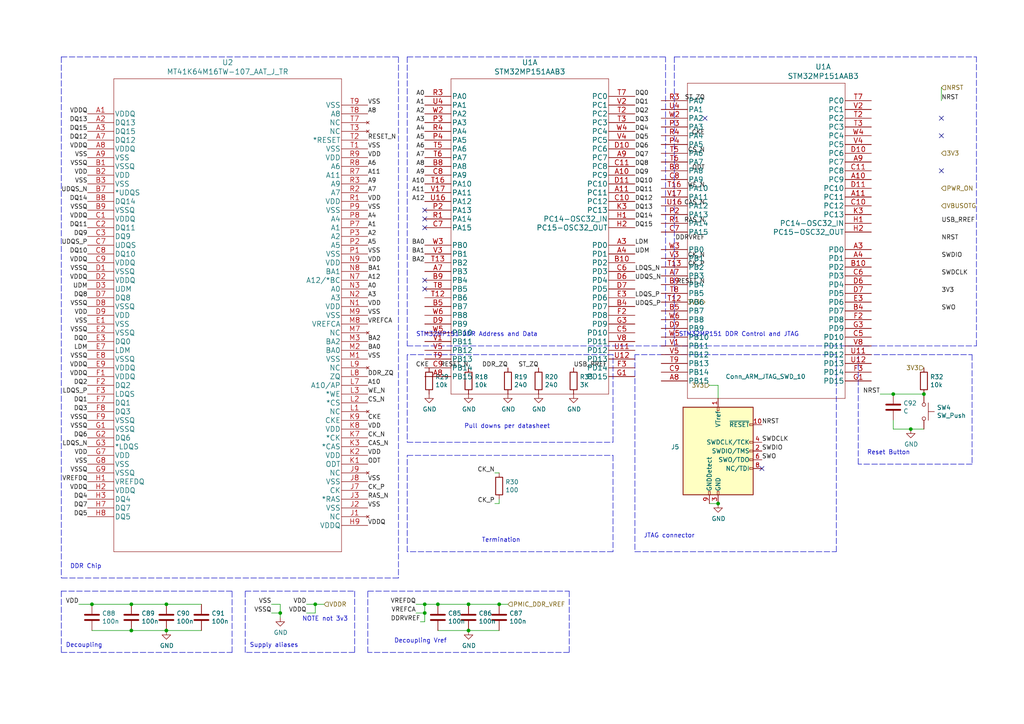
<source format=kicad_sch>
(kicad_sch (version 20211123) (generator eeschema)
  (paper "A4")
  (junction (at 264.16 124.46))
  (junction (at 135.89 182.88))
  (junction (at 267.97 114.3))
  (junction (at 123.19 175.26))
  (junction (at 259.08 114.3))
  (junction (at 81.28 177.8))
  (junction (at 123.19 177.8))
  (junction (at 38.1 182.88))
  (junction (at 48.26 182.88))
  (junction (at 91.44 175.26))
  (junction (at 48.26 175.26))
  (junction (at 135.89 175.26))
  (junction (at 144.78 175.26))
  (junction (at 26.67 175.26))
  (junction (at 38.1 175.26))
  (junction (at 208.28 146.05))
  (junction (at 127 175.26))
  (no_connect (at 123.19 63.5))
  (no_connect (at 273.05 49.53))
  (no_connect (at 273.05 39.37))
  (no_connect (at 123.19 83.82))
  (no_connect (at 273.05 34.29))
  (no_connect (at 123.19 60.96))
  (no_connect (at 123.19 81.28))
  (no_connect (at 204.47 34.29))
  (no_connect (at 220.98 135.89))
  (no_connect (at 123.19 66.04))
  (polyline (pts (xy 283.21 100.33) (xy 283.21 16.51)))
  (polyline (pts (xy 242.57 160.02) (xy 242.57 102.87)))
  (wire (pts (xy 91.44 177.8) (xy 91.44 175.26)))
  (wire (pts (xy 120.65 177.8) (xy 123.19 177.8)))
  (polyline (pts (xy 118.11 132.08) (xy 177.8 132.08)))
  (polyline (pts (xy 17.78 189.23) (xy 67.31 189.23)))
  (polyline (pts (xy 102.87 189.23) (xy 71.12 189.23)))
  (wire (pts (xy 121.92 180.34) (xy 123.19 180.34)))
  (polyline (pts (xy 248.92 102.87) (xy 281.94 102.87)))
  (wire (pts (xy 26.67 175.26) (xy 38.1 175.26)))
  (wire (pts (xy 123.19 177.8) (xy 123.19 175.26)))
  (wire (pts (xy 123.19 175.26) (xy 127 175.26)))
  (polyline (pts (xy 165.1 171.45) (xy 165.1 189.23)))
  (wire (pts (xy 205.74 146.05) (xy 208.28 146.05)))
  (wire (pts (xy 78.74 175.26) (xy 81.28 175.26)))
  (polyline (pts (xy 118.11 160.02) (xy 118.11 132.08)))
  (wire (pts (xy 144.78 146.05) (xy 144.78 144.78)))
  (polyline (pts (xy 67.31 189.23) (xy 67.31 171.45)))
  (polyline (pts (xy 118.11 100.33) (xy 193.04 100.33)))
  (wire (pts (xy 48.26 182.88) (xy 58.42 182.88)))
  (wire (pts (xy 123.19 180.34) (xy 123.19 177.8)))
  (polyline (pts (xy 195.58 100.33) (xy 283.21 100.33)))
  (polyline (pts (xy 177.8 128.27) (xy 177.8 102.87)))
  (polyline (pts (xy 115.57 167.64) (xy 17.78 167.64)))
  (wire (pts (xy 91.44 175.26) (xy 93.98 175.26)))
  (wire (pts (xy 205.74 111.76) (xy 208.28 111.76)))
  (polyline (pts (xy 184.15 102.87) (xy 184.15 160.02)))
  (polyline (pts (xy 102.87 171.45) (xy 102.87 189.23)))
  (polyline (pts (xy 177.8 102.87) (xy 118.11 102.87)))
  (wire (pts (xy 264.16 124.46) (xy 267.97 124.46)))
  (polyline (pts (xy 106.68 171.45) (xy 165.1 171.45)))
  (wire (pts (xy 127 182.88) (xy 135.89 182.88)))
  (wire (pts (xy 38.1 182.88) (xy 48.26 182.88)))
  (polyline (pts (xy 242.57 102.87) (xy 184.15 102.87)))
  (wire (pts (xy 144.78 175.26) (xy 147.32 175.26)))
  (wire (pts (xy 259.08 124.46) (xy 264.16 124.46)))
  (wire (pts (xy 273.05 25.4) (xy 273.05 29.21)))
  (polyline (pts (xy 281.94 134.62) (xy 248.92 134.62)))
  (wire (pts (xy 81.28 179.07) (xy 81.28 177.8)))
  (polyline (pts (xy 118.11 128.27) (xy 177.8 128.27)))
  (polyline (pts (xy 115.57 16.51) (xy 115.57 167.64)))
  (polyline (pts (xy 17.78 171.45) (xy 17.78 189.23)))
  (polyline (pts (xy 195.58 16.51) (xy 195.58 100.33)))
  (wire (pts (xy 91.44 175.26) (xy 88.9 175.26)))
  (polyline (pts (xy 17.78 16.51) (xy 115.57 16.51)))
  (wire (pts (xy 135.89 182.88) (xy 144.78 182.88)))
  (polyline (pts (xy 67.31 171.45) (xy 17.78 171.45)))
  (wire (pts (xy 259.08 121.92) (xy 259.08 124.46)))
  (polyline (pts (xy 184.15 160.02) (xy 242.57 160.02)))
  (polyline (pts (xy 165.1 189.23) (xy 106.68 189.23)))
  (wire (pts (xy 259.08 114.3) (xy 267.97 114.3)))
  (polyline (pts (xy 71.12 171.45) (xy 102.87 171.45)))
  (polyline (pts (xy 118.11 102.87) (xy 118.11 128.27)))
  (wire (pts (xy 22.86 175.26) (xy 26.67 175.26)))
  (polyline (pts (xy 195.58 16.51) (xy 283.21 16.51)))
  (wire (pts (xy 208.28 111.76) (xy 208.28 115.57)))
  (wire (pts (xy 38.1 175.26) (xy 48.26 175.26)))
  (wire (pts (xy 88.9 177.8) (xy 91.44 177.8)))
  (polyline (pts (xy 118.11 16.51) (xy 118.11 100.33)))
  (polyline (pts (xy 281.94 102.87) (xy 281.94 134.62)))
  (polyline (pts (xy 71.12 189.23) (xy 71.12 171.45)))
  (polyline (pts (xy 118.11 16.51) (xy 193.04 16.51)))
  (polyline (pts (xy 17.78 16.51) (xy 17.78 167.64)))
  (wire (pts (xy 78.74 177.8) (xy 81.28 177.8)))
  (wire (pts (xy 255.27 114.3) (xy 259.08 114.3)))
  (wire (pts (xy 135.89 175.26) (xy 144.78 175.26)))
  (polyline (pts (xy 193.04 100.33) (xy 193.04 16.51)))
  (wire (pts (xy 26.67 182.88) (xy 38.1 182.88)))
  (polyline (pts (xy 177.8 160.02) (xy 118.11 160.02)))
  (wire (pts (xy 120.65 175.26) (xy 123.19 175.26)))
  (polyline (pts (xy 106.68 189.23) (xy 106.68 171.45)))
  (polyline (pts (xy 177.8 132.08) (xy 177.8 160.02)))
  (polyline (pts (xy 248.92 134.62) (xy 248.92 102.87)))
  (wire (pts (xy 143.51 137.16) (xy 144.78 137.16)))
  (wire (pts (xy 143.51 146.05) (xy 144.78 146.05)))
  (wire (pts (xy 127 175.26) (xy 135.89 175.26)))
  (wire (pts (xy 81.28 175.26) (xy 81.28 177.8)))
  (wire (pts (xy 48.26 175.26) (xy 58.42 175.26)))
  (text "JTAG connector\n" (at 186.69 156.21 0) (effects (font (size 1.27 1.27)) (justify left bottom)))
  (text "Reset Button\n" (at 251.46 132.08 0) (effects (font (size 1.27 1.27)) (justify left bottom)))
  (text "Decoupling Vref" (at 114.3 186.69 0) (effects (font (size 1.27 1.27)) (justify left bottom)))
  (text "Termination\n" (at 139.7 157.48 0) (effects (font (size 1.27 1.27)) (justify left bottom)))
  (text "STM32MP151 DDR Control and JTAG" (at 196.85 97.79 0) (effects (font (size 1.27 1.27)) (justify left bottom)))
  (text "STM32MP151 DDR Address and Data" (at 120.65 97.79 0) (effects (font (size 1.27 1.27)) (justify left bottom)))
  (text "Supply aliases\n" (at 72.39 187.96 0) (effects (font (size 1.27 1.27)) (justify left bottom)))
  (text "NOTE not 3v3\n" (at 87.63 180.34 0) (effects (font (size 1.27 1.27)) (justify left bottom)))
  (text "DDR Chip" (at 20.32 165.1 0) (effects (font (size 1.27 1.27)) (justify left bottom)))
  (text "Decoupling" (at 19.05 187.96 0) (effects (font (size 1.27 1.27)) (justify left bottom)))
  (text "Pull downs per datasheet" (at 134.62 124.46 0) (effects (font (size 1.27 1.27)) (justify left bottom)))
  (label "DQ7" (at 184.15 45.72 0))
  (label "VDDQ" (at 25.4 106.68 180))
  (label "CK_P" (at 106.68 142.24 0))
  (label "BA2" (at 123.19 76.2 180))
  (label "BA0" (at 123.19 71.12 180))
  (label "CS_N" (at 106.68 116.84 0))
  (label "LDM" (at 184.15 71.12 0))
  (label "A5" (at 106.68 71.12 0))
  (label "VDD" (at 106.68 132.08 0))
  (label "BA2" (at 106.68 99.06 0))
  (label "VSS" (at 106.68 104.14 0))
  (label "DDR_ZQ" (at 147.32 106.68 180))
  (label "A1" (at 106.68 66.04 0))
  (label "VDDQ" (at 25.4 63.5 180))
  (label "VSS" (at 25.4 53.34 180))
  (label "CK_N" (at 106.68 127 0))
  (label "A2" (at 106.68 68.58 0))
  (label "CKE" (at 106.68 121.92 0))
  (label "UDM" (at 184.15 73.66 0))
  (label "CK_P" (at 143.51 146.05 180))
  (label "CAS_N" (at 106.68 129.54 0))
  (label "VSS" (at 25.4 45.72 180))
  (label "DQ15" (at 25.4 38.1 180))
  (label "DQ14" (at 184.15 63.5 0))
  (label "VREFDQ" (at 120.65 175.26 180))
  (label "DQ10" (at 25.4 73.66 180))
  (label "VSS" (at 106.68 91.44 0))
  (label "DQ11" (at 25.4 66.04 180))
  (label "DDRVREF" (at 204.47 69.85 180))
  (label "RESET_N" (at 204.47 82.55 180))
  (label "DQ2" (at 25.4 111.76 180))
  (label "LDQS_P" (at 25.4 114.3 180))
  (label "VSS" (at 106.68 147.32 0))
  (label "A5" (at 123.19 40.64 180))
  (label "A11" (at 106.68 50.8 0))
  (label "VDD" (at 25.4 91.44 180))
  (label "RAS_N" (at 204.47 64.77 180))
  (label "NRST" (at 273.05 69.85 0))
  (label "CKE" (at 204.47 39.37 180))
  (label "VDD" (at 106.68 45.72 0))
  (label "A11" (at 123.19 55.88 180))
  (label "VDDQ" (at 25.4 142.24 180))
  (label "DDR_ZQ" (at 106.68 109.22 0))
  (label "DQ12" (at 25.4 40.64 180))
  (label "DQ14" (at 25.4 58.42 180))
  (label "DQ11" (at 184.15 55.88 0))
  (label "NRST" (at 255.27 114.3 180))
  (label "VSS" (at 106.68 60.96 0))
  (label "DQ2" (at 184.15 33.02 0))
  (label "VSS" (at 25.4 134.62 180))
  (label "BA0" (at 106.68 101.6 0))
  (label "DQ0" (at 184.15 27.94 0))
  (label "VSSQ" (at 78.74 177.8 180))
  (label "VSSQ" (at 25.4 96.52 180))
  (label "VSSQ" (at 25.4 137.16 180))
  (label "SWDCLK" (at 220.98 128.27 0))
  (label "UDQS_P" (at 25.4 71.12 180))
  (label "DQ15" (at 184.15 66.04 0))
  (label "A1" (at 123.19 30.48 180))
  (label "CK_N" (at 143.51 137.16 180))
  (label "RESET_N" (at 135.89 106.68 180))
  (label "DQ12" (at 184.15 58.42 0))
  (label "USB_RREF" (at 166.37 106.68 0))
  (label "NRST" (at 220.98 123.19 0))
  (label "DQ8" (at 184.15 48.26 0))
  (label "VDD" (at 106.68 76.2 0))
  (label "DQ8" (at 25.4 86.36 180))
  (label "DQ3" (at 25.4 119.38 180))
  (label "DQ5" (at 184.15 40.64 0))
  (label "UDM" (at 25.4 83.82 180))
  (label "SWO" (at 273.05 90.17 0))
  (label "ODT" (at 204.47 49.53 180))
  (label "DQ6" (at 184.15 43.18 0))
  (label "3V3" (at 273.05 85.09 0))
  (label "A9" (at 123.19 50.8 180))
  (label "CK_P" (at 204.47 77.47 180))
  (label "LDQS_N" (at 184.15 78.74 0))
  (label "VDDQ" (at 25.4 76.2 180))
  (label "A3" (at 106.68 86.36 0))
  (label "VSS" (at 106.68 139.7 0))
  (label "DQ13" (at 25.4 35.56 180))
  (label "A9" (at 106.68 53.34 0))
  (label "VDDQ" (at 25.4 33.02 180))
  (label "VREFDQ" (at 25.4 139.7 180))
  (label "VREFCA" (at 120.65 177.8 180))
  (label "LDM" (at 25.4 101.6 180))
  (label "DQ5" (at 25.4 149.86 180))
  (label "VSS" (at 78.74 175.26 180))
  (label "VDDQ" (at 25.4 109.22 180))
  (label "DQ10" (at 184.15 53.34 0))
  (label "ODT" (at 106.68 134.62 0))
  (label "VSS" (at 106.68 43.18 0))
  (label "RESET_N" (at 106.68 40.64 0))
  (label "A12" (at 123.19 58.42 180))
  (label "VDD" (at 22.86 175.26 180))
  (label "CK_N" (at 204.47 74.93 180))
  (label "A0" (at 123.19 27.94 180))
  (label "DQ7" (at 25.4 147.32 180))
  (label "A4" (at 123.19 38.1 180))
  (label "VSSQ" (at 25.4 78.74 180))
  (label "VDD" (at 25.4 50.8 180))
  (label "BA1" (at 106.68 78.74 0))
  (label "LDQS_N" (at 25.4 129.54 180))
  (label "VSS" (at 106.68 73.66 0))
  (label "ST_ZQ" (at 156.21 106.68 180))
  (label "SWO" (at 220.98 133.35 0))
  (label "A12" (at 106.68 81.28 0))
  (label "A10" (at 106.68 111.76 0))
  (label "A10" (at 123.19 53.34 180))
  (label "VDDQ" (at 25.4 43.18 180))
  (label "DQ3" (at 184.15 35.56 0))
  (label "VDD" (at 106.68 58.42 0))
  (label "VDDQ" (at 88.9 177.8 180))
  (label "CAS_N" (at 204.47 59.69 180))
  (label "LDQS_P" (at 184.15 86.36 0))
  (label "SWDIO" (at 273.05 74.93 0))
  (label "DQ13" (at 184.15 60.96 0))
  (label "A8" (at 123.19 48.26 180))
  (label "A2" (at 123.19 33.02 180))
  (label "A7" (at 123.19 45.72 180))
  (label "DQ4" (at 184.15 38.1 0))
  (label "A4" (at 106.68 63.5 0))
  (label "VREFCA" (at 106.68 93.98 0))
  (label "VSS" (at 25.4 93.98 180))
  (label "ST_ZQ" (at 204.47 29.21 180))
  (label "RAS_N" (at 106.68 144.78 0))
  (label "CKE" (at 124.46 106.68 180))
  (label "VDD" (at 88.9 175.26 180))
  (label "DQ9" (at 25.4 68.58 180))
  (label "UDQS_N" (at 184.15 81.28 0))
  (label "WE_N" (at 204.47 54.61 180))
  (label "DQ9" (at 184.15 50.8 0))
  (label "DQ4" (at 25.4 144.78 180))
  (label "A6" (at 106.68 48.26 0))
  (label "DQ1" (at 184.15 30.48 0))
  (label "VDD" (at 25.4 132.08 180))
  (label "A8" (at 106.68 33.02 0))
  (label "VDD" (at 106.68 124.46 0))
  (label "A0" (at 106.68 83.82 0))
  (label "UDQS_N" (at 25.4 55.88 180))
  (label "BA1" (at 123.19 73.66 180))
  (label "WE_N" (at 106.68 114.3 0))
  (label "CS_N" (at 204.47 44.45 180))
  (label "VSSQ" (at 25.4 48.26 180))
  (label "A7" (at 106.68 55.88 0))
  (label "USB_RREF" (at 273.05 64.77 0))
  (label "VDD" (at 106.68 88.9 0))
  (label "VSSQ" (at 25.4 104.14 180))
  (label "VSSQ" (at 25.4 124.46 180))
  (label "NRST" (at 273.05 29.21 0))
  (label "VSS" (at 106.68 30.48 0))
  (label "A3" (at 123.19 35.56 180))
  (label "VDDQ" (at 25.4 81.28 180))
  (label "VSSQ" (at 25.4 121.92 180))
  (label "DQ0" (at 25.4 99.06 180))
  (label "VDDQ" (at 106.68 152.4 0))
  (label "DQ6" (at 25.4 127 180))
  (label "VSSQ" (at 25.4 88.9 180))
  (label "A6" (at 123.19 43.18 180))
  (label "DQ1" (at 25.4 116.84 180))
  (label "DDRVREF" (at 121.92 180.34 180))
  (label "VSSQ" (at 25.4 60.96 180))
  (label "SWDCLK" (at 273.05 80.01 0))
  (label "SWDIO" (at 220.98 130.81 0))
  (label "UDQS_P" (at 184.15 88.9 0))
  (hierarchical_label "PWR_ON" (shape input) (at 273.05 54.61 0))
  (hierarchical_label "3V3" (shape input) (at 267.97 106.68 180))
  (hierarchical_label "3V3" (shape input) (at 204.47 87.63 180))
  (hierarchical_label "3V3" (shape input) (at 273.05 44.45 0))
  (hierarchical_label "NRST" (shape input) (at 273.05 25.4 0))
  (hierarchical_label "PMIC_DDR_VREF" (shape input) (at 147.32 175.26 0))
  (hierarchical_label "3V3" (shape input) (at 205.74 111.76 180))
  (hierarchical_label "VBUSOTG" (shape input) (at 273.05 59.69 0))
  (hierarchical_label "VDDR" (shape input) (at 93.98 175.26 0))
  (symbol (lib_id "LinuxBoard:MT41K64M16TW-107_AAT_J_TR") (at 25.4 30.48 0) (unit 1)
    (property "Reference" "U2" (at 66.04 18.1102 0) (effects (font (size 1.524 1.524))))
    (property "Value" "MT41K64M16TW-107_AAT_J_TR" (at 66.04 20.8026 0) (effects (font (size 1.524 1.524))))
    (property "Footprint" "LinuxBoard:MT41K64M16TW-107_AAT_J_TR" (effects hide))
  )
  (symbol (lib_id "LinuxBoard:STM32MP151AAB3") (at 191.77 29.21 0)
    (property "Reference" "U1" (at 238.76 19.3802 0) (effects (font (size 1.524 1.524))))
    (property "Value" "STM32MP151AAB3" (at 238.76 22.0726 0) (effects (font (size 1.524 1.524))))
    (property "Footprint" "LinuxBoard:STM32MP151AAB3" (effects hide))
  )
  (symbol (lib_id "LinuxBoard:STM32MP151AAB3") (at 123.19 27.94 0)
    (property "Reference" "U1" (at 153.67 18.1102 0) (effects (font (size 1.524 1.524))))
    (property "Value" "STM32MP151AAB3" (at 153.67 20.8026 0) (effects (font (size 1.524 1.524))))
    (property "Footprint" "LinuxBoard:STM32MP151AAB3" (effects hide))
  )
  (symbol (lib_id "Device:R") (at 135.89 110.49 0) (unit 1)
    (property "Reference" "R18" (at 137.668 109.3216 0) (effects (justify left)))
    (property "Value" "10k" (at 137.668 111.633 0) (effects (justify left)))
    (property "Footprint" "Resistor_SMD:R_0603_1608Metric_Pad1.05x0.95mm_HandSolder" (effects hide))
  )
  (symbol (lib_id "power:GND") (at 135.89 114.3 0) (unit 1)
    (property "Reference" "#PWR0128" (effects hide))
    (property "Value" "GND" (at 136.017 118.6942 0))
  )
  (symbol (lib_id "Device:C") (at 127 179.07 0) (unit 1)
    (property "Reference" "C85" (at 129.921 177.9016 0) (effects (justify left)))
    (property "Value" "100n" (at 129.921 180.213 0) (effects (justify left)))
    (property "Footprint" "Capacitor_SMD:C_0603_1608Metric" (effects hide))
  )
  (symbol (lib_id "Device:C") (at 135.89 179.07 0) (unit 1)
    (property "Reference" "C86" (at 138.811 177.9016 0) (effects (justify left)))
    (property "Value" "100n" (at 138.811 180.213 0) (effects (justify left)))
    (property "Footprint" "Capacitor_SMD:C_0603_1608Metric" (effects hide))
  )
  (symbol (lib_id "Device:C") (at 144.78 179.07 0) (unit 1)
    (property "Reference" "C87" (at 147.701 177.9016 0) (effects (justify left)))
    (property "Value" "100n" (at 147.701 180.213 0) (effects (justify left)))
    (property "Footprint" "Capacitor_SMD:C_0603_1608Metric" (effects hide))
  )
  (symbol (lib_id "power:GND") (at 135.89 182.88 0) (unit 1)
    (property "Reference" "#PWR0129" (effects hide))
    (property "Value" "GND" (at 136.017 187.2742 0))
  )
  (symbol (lib_id "Device:C") (at 259.08 118.11 0) (unit 1)
    (property "Reference" "C92" (at 262.001 116.9416 0) (effects (justify left)))
    (property "Value" "C" (at 262.001 119.253 0) (effects (justify left)))
    (property "Footprint" "Capacitor_SMD:C_0603_1608Metric" (effects hide))
  )
  (symbol (lib_id "Switch:SW_Push") (at 267.97 119.38 270) (unit 1)
    (property "Reference" "SW4" (at 271.7292 118.2116 90) (effects (justify left)))
    (property "Value" "SW_Push" (at 271.7292 120.523 90) (effects (justify left)))
    (property "Footprint" "Button_Switch_SMD:SW_Push_1P1T_NO_6x6mm_H9.5mm" (effects hide))
  )
  (symbol (lib_id "power:GND") (at 264.16 124.46 0) (unit 1)
    (property "Reference" "#PWR033" (effects hide))
    (property "Value" "GND" (at 264.287 128.8542 0))
  )
  (symbol (lib_id "Device:R") (at 147.32 110.49 0) (unit 1)
    (property "Reference" "R19" (at 149.098 109.3216 0) (effects (justify left)))
    (property "Value" "240" (at 149.098 111.633 0) (effects (justify left)))
    (property "Footprint" "Resistor_SMD:R_0603_1608Metric" (effects hide))
  )
  (symbol (lib_id "Device:R") (at 156.21 110.49 0) (unit 1)
    (property "Reference" "R20" (at 157.988 109.3216 0) (effects (justify left)))
    (property "Value" "240" (at 157.988 111.633 0) (effects (justify left)))
    (property "Footprint" "Resistor_SMD:R_0603_1608Metric" (effects hide))
  )
  (symbol (lib_id "power:GND") (at 147.32 114.3 0) (unit 1)
    (property "Reference" "#PWR0130" (effects hide))
    (property "Value" "GND" (at 147.447 118.6942 0))
  )
  (symbol (lib_id "power:GND") (at 156.21 114.3 0) (unit 1)
    (property "Reference" "#PWR0131" (effects hide))
    (property "Value" "GND" (at 156.337 118.6942 0))
  )
  (symbol (lib_id "Device:R") (at 267.97 110.49 0) (unit 1)
    (property "Reference" "R32" (at 269.748 109.3216 0) (effects (justify left)))
    (property "Value" "10k" (at 269.748 111.633 0) (effects (justify left)))
    (property "Footprint" "Resistor_SMD:R_0603_1608Metric_Pad1.05x0.95mm_HandSolder" (effects hide))
  )
  (symbol (lib_id "Connector:Conn_ARM_JTAG_SWD_10") (at 208.28 130.81 0) (unit 1)
    (property "Reference" "J5" (at 197.0278 129.6416 0) (effects (justify right)))
    (property "Value" "Conn_ARM_JTAG_SWD_10" (at 233.68 109.22 0) (effects (justify right)))
    (property "Footprint" "Connector_PinHeader_1.27mm:PinHeader_2x05_P1.27mm_Vertical_SMD" (effects hide))
    (property "Datasheet" "http://infocenter.arm.com/help/topic/com.arm.doc.ddi0314h/DDI0314H_coresight_components_trm.pdf" (effects hide))
  )
  (symbol (lib_id "power:GND") (at 208.28 146.05 0) (unit 1)
    (property "Reference" "#PWR031" (effects hide))
    (property "Value" "GND" (at 208.407 150.4442 0))
  )
  (symbol (lib_id "Device:C") (at 26.67 179.07 0) (unit 1)
    (property "Reference" "C88" (at 29.591 177.9016 0) (effects (justify left)))
    (property "Value" "100n" (at 29.591 180.213 0) (effects (justify left)))
    (property "Footprint" "Capacitor_SMD:C_0603_1608Metric" (effects hide))
  )
  (symbol (lib_id "Device:C") (at 38.1 179.07 0) (unit 1)
    (property "Reference" "C89" (at 41.021 177.9016 0) (effects (justify left)))
    (property "Value" "100n" (at 41.021 180.213 0) (effects (justify left)))
    (property "Footprint" "Capacitor_SMD:C_0603_1608Metric" (effects hide))
  )
  (symbol (lib_id "Device:C") (at 48.26 179.07 0) (unit 1)
    (property "Reference" "C90" (at 51.181 177.9016 0) (effects (justify left)))
    (property "Value" "100n" (at 51.181 180.213 0) (effects (justify left)))
    (property "Footprint" "Capacitor_SMD:C_0603_1608Metric" (effects hide))
  )
  (symbol (lib_id "Device:C") (at 58.42 179.07 0) (unit 1)
    (property "Reference" "C91" (at 61.341 177.9016 0) (effects (justify left)))
    (property "Value" "100n" (at 61.341 180.213 0) (effects (justify left)))
    (property "Footprint" "Capacitor_SMD:C_0603_1608Metric" (effects hide))
  )
  (symbol (lib_id "power:GND") (at 48.26 182.88 0) (unit 1)
    (property "Reference" "#PWR014" (effects hide))
    (property "Value" "GND" (at 48.387 187.2742 0))
  )
  (symbol (lib_id "Device:R") (at 144.78 140.97 0) (unit 1)
    (property "Reference" "R30" (at 146.558 139.8016 0) (effects (justify left)))
    (property "Value" "100" (at 146.558 142.113 0) (effects (justify left)))
    (property "Footprint" "Resistor_SMD:R_0603_1608Metric_Pad1.05x0.95mm_HandSolder" (effects hide))
  )
  (symbol (lib_id "Device:R") (at 124.46 110.49 0) (unit 1)
    (property "Reference" "R29" (at 126.238 109.3216 0) (effects (justify left)))
    (property "Value" "10k" (at 126.238 111.633 0) (effects (justify left)))
    (property "Footprint" "Resistor_SMD:R_0603_1608Metric_Pad1.05x0.95mm_HandSolder" (effects hide))
  )
  (symbol (lib_id "power:GND") (at 124.46 114.3 0) (unit 1)
    (property "Reference" "#PWR0132" (effects hide))
    (property "Value" "GND" (at 124.587 118.6942 0))
  )
  (symbol (lib_id "power:GND") (at 81.28 179.07 0) (unit 1)
    (property "Reference" "#PWR0102" (effects hide))
    (property "Value" "GND" (at 81.407 183.4642 0))
  )
  (symbol (lib_id "Device:R") (at 166.37 110.49 0) (unit 1)
    (property "Reference" "R33" (at 168.148 109.3216 0) (effects (justify left)))
    (property "Value" "3K" (at 168.148 111.633 0) (effects (justify left)))
    (property "Footprint" "Resistor_SMD:R_0603_1608Metric" (effects hide))
  )
  (symbol (lib_id "power:GND") (at 166.37 114.3 0) (unit 1)
    (property "Reference" "#PWR034" (effects hide))
    (property "Value" "GND" (at 166.497 118.6942 0))
  )
)
</source>
